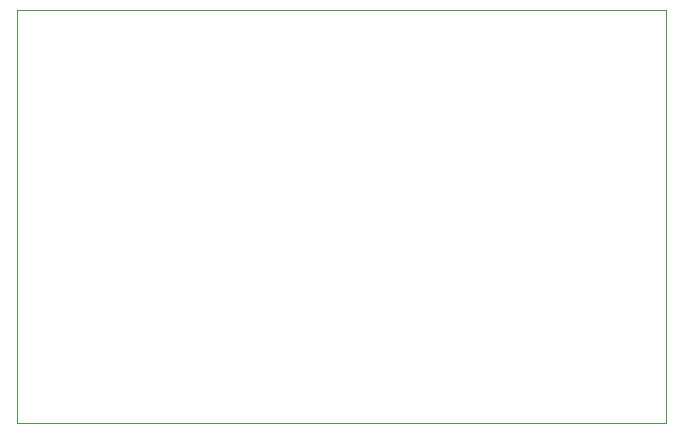
<source format=gbr>
%TF.GenerationSoftware,KiCad,Pcbnew,9.0.0*%
%TF.CreationDate,2025-02-26T00:44:50-06:00*%
%TF.ProjectId,LM317regulador,4c4d3331-3772-4656-9775-6c61646f722e,rev?*%
%TF.SameCoordinates,Original*%
%TF.FileFunction,Profile,NP*%
%FSLAX46Y46*%
G04 Gerber Fmt 4.6, Leading zero omitted, Abs format (unit mm)*
G04 Created by KiCad (PCBNEW 9.0.0) date 2025-02-26 00:44:50*
%MOMM*%
%LPD*%
G01*
G04 APERTURE LIST*
%TA.AperFunction,Profile*%
%ADD10C,0.050000*%
%TD*%
G04 APERTURE END LIST*
D10*
X0Y-34000000D02*
X0Y1000000D01*
X55000000Y-34000000D02*
X0Y-34000000D01*
X0Y1000000D02*
X55000000Y1000000D01*
X55000000Y1000000D02*
X55000000Y-34000000D01*
M02*

</source>
